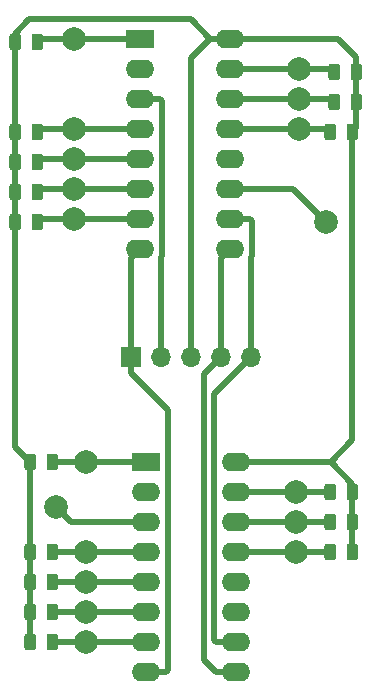
<source format=gbr>
G04 #@! TF.GenerationSoftware,KiCad,Pcbnew,5.1.5*
G04 #@! TF.CreationDate,2020-04-28T03:40:59+03:00*
G04 #@! TF.ProjectId,plikter,706c696b-7465-4722-9e6b-696361645f70,rev?*
G04 #@! TF.SameCoordinates,Original*
G04 #@! TF.FileFunction,Copper,L2,Bot*
G04 #@! TF.FilePolarity,Positive*
%FSLAX45Y45*%
G04 Gerber Fmt 4.5, Leading zero omitted, Abs format (unit mm)*
G04 Created by KiCad (PCBNEW 5.1.5) date 2020-04-28 03:40:59*
%MOMM*%
%LPD*%
G04 APERTURE LIST*
%ADD10O,2.400000X1.600000*%
%ADD11R,2.400000X1.600000*%
%ADD12C,0.100000*%
%ADD13O,1.700000X1.700000*%
%ADD14R,1.700000X1.700000*%
%ADD15C,2.000000*%
%ADD16C,0.500000*%
G04 APERTURE END LIST*
D10*
X7822000Y-6198000D03*
X7060000Y-7976000D03*
X7822000Y-6452000D03*
X7060000Y-7722000D03*
X7822000Y-6706000D03*
X7060000Y-7468000D03*
X7822000Y-6960000D03*
X7060000Y-7214000D03*
X7822000Y-7214000D03*
X7060000Y-6960000D03*
X7822000Y-7468000D03*
X7060000Y-6706000D03*
X7822000Y-7722000D03*
X7060000Y-6452000D03*
X7822000Y-7976000D03*
D11*
X7060000Y-6198000D03*
D10*
X7874000Y-9779000D03*
X7112000Y-11557000D03*
X7874000Y-10033000D03*
X7112000Y-11303000D03*
X7874000Y-10287000D03*
X7112000Y-11049000D03*
X7874000Y-10541000D03*
X7112000Y-10795000D03*
X7874000Y-10795000D03*
X7112000Y-10541000D03*
X7874000Y-11049000D03*
X7112000Y-10287000D03*
X7874000Y-11303000D03*
X7112000Y-10033000D03*
X7874000Y-11557000D03*
D11*
X7112000Y-9779000D03*
G04 #@! TA.AperFunction,SMDPad,CuDef*
D12*
G36*
X6343514Y-9709117D02*
G01*
X6345880Y-9709468D01*
X6348201Y-9710050D01*
X6350453Y-9710855D01*
X6352615Y-9711878D01*
X6354667Y-9713108D01*
X6356588Y-9714533D01*
X6358361Y-9716139D01*
X6359967Y-9717912D01*
X6361392Y-9719833D01*
X6362622Y-9721885D01*
X6363645Y-9724047D01*
X6364450Y-9726299D01*
X6365032Y-9728620D01*
X6365383Y-9730986D01*
X6365500Y-9733375D01*
X6365500Y-9824625D01*
X6365383Y-9827014D01*
X6365032Y-9829380D01*
X6364450Y-9831701D01*
X6363645Y-9833953D01*
X6362622Y-9836115D01*
X6361392Y-9838167D01*
X6359967Y-9840088D01*
X6358361Y-9841861D01*
X6356588Y-9843467D01*
X6354667Y-9844892D01*
X6352615Y-9846122D01*
X6350453Y-9847145D01*
X6348201Y-9847950D01*
X6345880Y-9848532D01*
X6343514Y-9848883D01*
X6341125Y-9849000D01*
X6292375Y-9849000D01*
X6289986Y-9848883D01*
X6287620Y-9848532D01*
X6285299Y-9847950D01*
X6283047Y-9847145D01*
X6280885Y-9846122D01*
X6278833Y-9844892D01*
X6276912Y-9843467D01*
X6275139Y-9841861D01*
X6273533Y-9840088D01*
X6272108Y-9838167D01*
X6270878Y-9836115D01*
X6269855Y-9833953D01*
X6269050Y-9831701D01*
X6268468Y-9829380D01*
X6268117Y-9827014D01*
X6268000Y-9824625D01*
X6268000Y-9733375D01*
X6268117Y-9730986D01*
X6268468Y-9728620D01*
X6269050Y-9726299D01*
X6269855Y-9724047D01*
X6270878Y-9721885D01*
X6272108Y-9719833D01*
X6273533Y-9717912D01*
X6275139Y-9716139D01*
X6276912Y-9714533D01*
X6278833Y-9713108D01*
X6280885Y-9711878D01*
X6283047Y-9710855D01*
X6285299Y-9710050D01*
X6287620Y-9709468D01*
X6289986Y-9709117D01*
X6292375Y-9709000D01*
X6341125Y-9709000D01*
X6343514Y-9709117D01*
G37*
G04 #@! TD.AperFunction*
G04 #@! TA.AperFunction,SMDPad,CuDef*
G36*
X6156014Y-9709117D02*
G01*
X6158380Y-9709468D01*
X6160701Y-9710050D01*
X6162953Y-9710855D01*
X6165115Y-9711878D01*
X6167167Y-9713108D01*
X6169088Y-9714533D01*
X6170861Y-9716139D01*
X6172467Y-9717912D01*
X6173892Y-9719833D01*
X6175122Y-9721885D01*
X6176145Y-9724047D01*
X6176950Y-9726299D01*
X6177532Y-9728620D01*
X6177883Y-9730986D01*
X6178000Y-9733375D01*
X6178000Y-9824625D01*
X6177883Y-9827014D01*
X6177532Y-9829380D01*
X6176950Y-9831701D01*
X6176145Y-9833953D01*
X6175122Y-9836115D01*
X6173892Y-9838167D01*
X6172467Y-9840088D01*
X6170861Y-9841861D01*
X6169088Y-9843467D01*
X6167167Y-9844892D01*
X6165115Y-9846122D01*
X6162953Y-9847145D01*
X6160701Y-9847950D01*
X6158380Y-9848532D01*
X6156014Y-9848883D01*
X6153625Y-9849000D01*
X6104875Y-9849000D01*
X6102486Y-9848883D01*
X6100120Y-9848532D01*
X6097799Y-9847950D01*
X6095547Y-9847145D01*
X6093385Y-9846122D01*
X6091333Y-9844892D01*
X6089412Y-9843467D01*
X6087639Y-9841861D01*
X6086033Y-9840088D01*
X6084608Y-9838167D01*
X6083378Y-9836115D01*
X6082355Y-9833953D01*
X6081550Y-9831701D01*
X6080968Y-9829380D01*
X6080617Y-9827014D01*
X6080500Y-9824625D01*
X6080500Y-9733375D01*
X6080617Y-9730986D01*
X6080968Y-9728620D01*
X6081550Y-9726299D01*
X6082355Y-9724047D01*
X6083378Y-9721885D01*
X6084608Y-9719833D01*
X6086033Y-9717912D01*
X6087639Y-9716139D01*
X6089412Y-9714533D01*
X6091333Y-9713108D01*
X6093385Y-9711878D01*
X6095547Y-9710855D01*
X6097799Y-9710050D01*
X6100120Y-9709468D01*
X6102486Y-9709117D01*
X6104875Y-9709000D01*
X6153625Y-9709000D01*
X6156014Y-9709117D01*
G37*
G04 #@! TD.AperFunction*
G04 #@! TA.AperFunction,SMDPad,CuDef*
G36*
X6216514Y-6153117D02*
G01*
X6218880Y-6153468D01*
X6221201Y-6154050D01*
X6223453Y-6154855D01*
X6225615Y-6155878D01*
X6227667Y-6157108D01*
X6229588Y-6158533D01*
X6231361Y-6160139D01*
X6232967Y-6161912D01*
X6234392Y-6163833D01*
X6235622Y-6165885D01*
X6236645Y-6168047D01*
X6237450Y-6170299D01*
X6238032Y-6172620D01*
X6238383Y-6174986D01*
X6238500Y-6177375D01*
X6238500Y-6268625D01*
X6238383Y-6271014D01*
X6238032Y-6273380D01*
X6237450Y-6275701D01*
X6236645Y-6277953D01*
X6235622Y-6280115D01*
X6234392Y-6282167D01*
X6232967Y-6284088D01*
X6231361Y-6285861D01*
X6229588Y-6287467D01*
X6227667Y-6288892D01*
X6225615Y-6290122D01*
X6223453Y-6291145D01*
X6221201Y-6291950D01*
X6218880Y-6292532D01*
X6216514Y-6292883D01*
X6214125Y-6293000D01*
X6165375Y-6293000D01*
X6162986Y-6292883D01*
X6160620Y-6292532D01*
X6158299Y-6291950D01*
X6156047Y-6291145D01*
X6153885Y-6290122D01*
X6151833Y-6288892D01*
X6149912Y-6287467D01*
X6148139Y-6285861D01*
X6146533Y-6284088D01*
X6145108Y-6282167D01*
X6143878Y-6280115D01*
X6142855Y-6277953D01*
X6142050Y-6275701D01*
X6141468Y-6273380D01*
X6141117Y-6271014D01*
X6141000Y-6268625D01*
X6141000Y-6177375D01*
X6141117Y-6174986D01*
X6141468Y-6172620D01*
X6142050Y-6170299D01*
X6142855Y-6168047D01*
X6143878Y-6165885D01*
X6145108Y-6163833D01*
X6146533Y-6161912D01*
X6148139Y-6160139D01*
X6149912Y-6158533D01*
X6151833Y-6157108D01*
X6153885Y-6155878D01*
X6156047Y-6154855D01*
X6158299Y-6154050D01*
X6160620Y-6153468D01*
X6162986Y-6153117D01*
X6165375Y-6153000D01*
X6214125Y-6153000D01*
X6216514Y-6153117D01*
G37*
G04 #@! TD.AperFunction*
G04 #@! TA.AperFunction,SMDPad,CuDef*
G36*
X6029014Y-6153117D02*
G01*
X6031380Y-6153468D01*
X6033701Y-6154050D01*
X6035953Y-6154855D01*
X6038115Y-6155878D01*
X6040167Y-6157108D01*
X6042088Y-6158533D01*
X6043861Y-6160139D01*
X6045467Y-6161912D01*
X6046892Y-6163833D01*
X6048122Y-6165885D01*
X6049145Y-6168047D01*
X6049950Y-6170299D01*
X6050532Y-6172620D01*
X6050883Y-6174986D01*
X6051000Y-6177375D01*
X6051000Y-6268625D01*
X6050883Y-6271014D01*
X6050532Y-6273380D01*
X6049950Y-6275701D01*
X6049145Y-6277953D01*
X6048122Y-6280115D01*
X6046892Y-6282167D01*
X6045467Y-6284088D01*
X6043861Y-6285861D01*
X6042088Y-6287467D01*
X6040167Y-6288892D01*
X6038115Y-6290122D01*
X6035953Y-6291145D01*
X6033701Y-6291950D01*
X6031380Y-6292532D01*
X6029014Y-6292883D01*
X6026625Y-6293000D01*
X5977875Y-6293000D01*
X5975486Y-6292883D01*
X5973120Y-6292532D01*
X5970799Y-6291950D01*
X5968547Y-6291145D01*
X5966385Y-6290122D01*
X5964333Y-6288892D01*
X5962412Y-6287467D01*
X5960639Y-6285861D01*
X5959033Y-6284088D01*
X5957608Y-6282167D01*
X5956378Y-6280115D01*
X5955355Y-6277953D01*
X5954550Y-6275701D01*
X5953968Y-6273380D01*
X5953617Y-6271014D01*
X5953500Y-6268625D01*
X5953500Y-6177375D01*
X5953617Y-6174986D01*
X5953968Y-6172620D01*
X5954550Y-6170299D01*
X5955355Y-6168047D01*
X5956378Y-6165885D01*
X5957608Y-6163833D01*
X5959033Y-6161912D01*
X5960639Y-6160139D01*
X5962412Y-6158533D01*
X5964333Y-6157108D01*
X5966385Y-6155878D01*
X5968547Y-6154855D01*
X5970799Y-6154050D01*
X5973120Y-6153468D01*
X5975486Y-6153117D01*
X5977875Y-6153000D01*
X6026625Y-6153000D01*
X6029014Y-6153117D01*
G37*
G04 #@! TD.AperFunction*
G04 #@! TA.AperFunction,SMDPad,CuDef*
G36*
X8696014Y-9963117D02*
G01*
X8698380Y-9963468D01*
X8700701Y-9964050D01*
X8702953Y-9964855D01*
X8705115Y-9965878D01*
X8707167Y-9967108D01*
X8709088Y-9968533D01*
X8710861Y-9970139D01*
X8712467Y-9971912D01*
X8713892Y-9973833D01*
X8715122Y-9975885D01*
X8716145Y-9978047D01*
X8716950Y-9980299D01*
X8717532Y-9982620D01*
X8717883Y-9984986D01*
X8718000Y-9987375D01*
X8718000Y-10078625D01*
X8717883Y-10081014D01*
X8717532Y-10083380D01*
X8716950Y-10085701D01*
X8716145Y-10087953D01*
X8715122Y-10090115D01*
X8713892Y-10092167D01*
X8712467Y-10094088D01*
X8710861Y-10095861D01*
X8709088Y-10097467D01*
X8707167Y-10098892D01*
X8705115Y-10100122D01*
X8702953Y-10101145D01*
X8700701Y-10101950D01*
X8698380Y-10102532D01*
X8696014Y-10102883D01*
X8693625Y-10103000D01*
X8644875Y-10103000D01*
X8642486Y-10102883D01*
X8640120Y-10102532D01*
X8637799Y-10101950D01*
X8635547Y-10101145D01*
X8633385Y-10100122D01*
X8631333Y-10098892D01*
X8629412Y-10097467D01*
X8627639Y-10095861D01*
X8626033Y-10094088D01*
X8624608Y-10092167D01*
X8623378Y-10090115D01*
X8622355Y-10087953D01*
X8621550Y-10085701D01*
X8620968Y-10083380D01*
X8620617Y-10081014D01*
X8620500Y-10078625D01*
X8620500Y-9987375D01*
X8620617Y-9984986D01*
X8620968Y-9982620D01*
X8621550Y-9980299D01*
X8622355Y-9978047D01*
X8623378Y-9975885D01*
X8624608Y-9973833D01*
X8626033Y-9971912D01*
X8627639Y-9970139D01*
X8629412Y-9968533D01*
X8631333Y-9967108D01*
X8633385Y-9965878D01*
X8635547Y-9964855D01*
X8637799Y-9964050D01*
X8640120Y-9963468D01*
X8642486Y-9963117D01*
X8644875Y-9963000D01*
X8693625Y-9963000D01*
X8696014Y-9963117D01*
G37*
G04 #@! TD.AperFunction*
G04 #@! TA.AperFunction,SMDPad,CuDef*
G36*
X8883514Y-9963117D02*
G01*
X8885880Y-9963468D01*
X8888201Y-9964050D01*
X8890453Y-9964855D01*
X8892615Y-9965878D01*
X8894667Y-9967108D01*
X8896588Y-9968533D01*
X8898361Y-9970139D01*
X8899967Y-9971912D01*
X8901392Y-9973833D01*
X8902622Y-9975885D01*
X8903645Y-9978047D01*
X8904450Y-9980299D01*
X8905032Y-9982620D01*
X8905383Y-9984986D01*
X8905500Y-9987375D01*
X8905500Y-10078625D01*
X8905383Y-10081014D01*
X8905032Y-10083380D01*
X8904450Y-10085701D01*
X8903645Y-10087953D01*
X8902622Y-10090115D01*
X8901392Y-10092167D01*
X8899967Y-10094088D01*
X8898361Y-10095861D01*
X8896588Y-10097467D01*
X8894667Y-10098892D01*
X8892615Y-10100122D01*
X8890453Y-10101145D01*
X8888201Y-10101950D01*
X8885880Y-10102532D01*
X8883514Y-10102883D01*
X8881125Y-10103000D01*
X8832375Y-10103000D01*
X8829986Y-10102883D01*
X8827620Y-10102532D01*
X8825299Y-10101950D01*
X8823047Y-10101145D01*
X8820885Y-10100122D01*
X8818833Y-10098892D01*
X8816912Y-10097467D01*
X8815139Y-10095861D01*
X8813533Y-10094088D01*
X8812108Y-10092167D01*
X8810878Y-10090115D01*
X8809855Y-10087953D01*
X8809050Y-10085701D01*
X8808468Y-10083380D01*
X8808117Y-10081014D01*
X8808000Y-10078625D01*
X8808000Y-9987375D01*
X8808117Y-9984986D01*
X8808468Y-9982620D01*
X8809050Y-9980299D01*
X8809855Y-9978047D01*
X8810878Y-9975885D01*
X8812108Y-9973833D01*
X8813533Y-9971912D01*
X8815139Y-9970139D01*
X8816912Y-9968533D01*
X8818833Y-9967108D01*
X8820885Y-9965878D01*
X8823047Y-9964855D01*
X8825299Y-9964050D01*
X8827620Y-9963468D01*
X8829986Y-9963117D01*
X8832375Y-9963000D01*
X8881125Y-9963000D01*
X8883514Y-9963117D01*
G37*
G04 #@! TD.AperFunction*
G04 #@! TA.AperFunction,SMDPad,CuDef*
G36*
X8729264Y-6407117D02*
G01*
X8731630Y-6407468D01*
X8733951Y-6408050D01*
X8736203Y-6408855D01*
X8738365Y-6409878D01*
X8740417Y-6411108D01*
X8742338Y-6412533D01*
X8744111Y-6414139D01*
X8745717Y-6415912D01*
X8747142Y-6417833D01*
X8748372Y-6419885D01*
X8749395Y-6422047D01*
X8750200Y-6424299D01*
X8750782Y-6426620D01*
X8751133Y-6428986D01*
X8751250Y-6431375D01*
X8751250Y-6522625D01*
X8751133Y-6525014D01*
X8750782Y-6527380D01*
X8750200Y-6529701D01*
X8749395Y-6531953D01*
X8748372Y-6534115D01*
X8747142Y-6536167D01*
X8745717Y-6538088D01*
X8744111Y-6539861D01*
X8742338Y-6541467D01*
X8740417Y-6542892D01*
X8738365Y-6544122D01*
X8736203Y-6545145D01*
X8733951Y-6545950D01*
X8731630Y-6546532D01*
X8729264Y-6546883D01*
X8726875Y-6547000D01*
X8678125Y-6547000D01*
X8675736Y-6546883D01*
X8673370Y-6546532D01*
X8671049Y-6545950D01*
X8668797Y-6545145D01*
X8666635Y-6544122D01*
X8664583Y-6542892D01*
X8662662Y-6541467D01*
X8660889Y-6539861D01*
X8659283Y-6538088D01*
X8657858Y-6536167D01*
X8656628Y-6534115D01*
X8655605Y-6531953D01*
X8654800Y-6529701D01*
X8654218Y-6527380D01*
X8653867Y-6525014D01*
X8653750Y-6522625D01*
X8653750Y-6431375D01*
X8653867Y-6428986D01*
X8654218Y-6426620D01*
X8654800Y-6424299D01*
X8655605Y-6422047D01*
X8656628Y-6419885D01*
X8657858Y-6417833D01*
X8659283Y-6415912D01*
X8660889Y-6414139D01*
X8662662Y-6412533D01*
X8664583Y-6411108D01*
X8666635Y-6409878D01*
X8668797Y-6408855D01*
X8671049Y-6408050D01*
X8673370Y-6407468D01*
X8675736Y-6407117D01*
X8678125Y-6407000D01*
X8726875Y-6407000D01*
X8729264Y-6407117D01*
G37*
G04 #@! TD.AperFunction*
G04 #@! TA.AperFunction,SMDPad,CuDef*
G36*
X8916764Y-6407117D02*
G01*
X8919130Y-6407468D01*
X8921451Y-6408050D01*
X8923703Y-6408855D01*
X8925865Y-6409878D01*
X8927917Y-6411108D01*
X8929838Y-6412533D01*
X8931611Y-6414139D01*
X8933217Y-6415912D01*
X8934642Y-6417833D01*
X8935872Y-6419885D01*
X8936895Y-6422047D01*
X8937700Y-6424299D01*
X8938282Y-6426620D01*
X8938633Y-6428986D01*
X8938750Y-6431375D01*
X8938750Y-6522625D01*
X8938633Y-6525014D01*
X8938282Y-6527380D01*
X8937700Y-6529701D01*
X8936895Y-6531953D01*
X8935872Y-6534115D01*
X8934642Y-6536167D01*
X8933217Y-6538088D01*
X8931611Y-6539861D01*
X8929838Y-6541467D01*
X8927917Y-6542892D01*
X8925865Y-6544122D01*
X8923703Y-6545145D01*
X8921451Y-6545950D01*
X8919130Y-6546532D01*
X8916764Y-6546883D01*
X8914375Y-6547000D01*
X8865625Y-6547000D01*
X8863236Y-6546883D01*
X8860870Y-6546532D01*
X8858549Y-6545950D01*
X8856297Y-6545145D01*
X8854135Y-6544122D01*
X8852083Y-6542892D01*
X8850162Y-6541467D01*
X8848389Y-6539861D01*
X8846783Y-6538088D01*
X8845358Y-6536167D01*
X8844128Y-6534115D01*
X8843105Y-6531953D01*
X8842300Y-6529701D01*
X8841718Y-6527380D01*
X8841367Y-6525014D01*
X8841250Y-6522625D01*
X8841250Y-6431375D01*
X8841367Y-6428986D01*
X8841718Y-6426620D01*
X8842300Y-6424299D01*
X8843105Y-6422047D01*
X8844128Y-6419885D01*
X8845358Y-6417833D01*
X8846783Y-6415912D01*
X8848389Y-6414139D01*
X8850162Y-6412533D01*
X8852083Y-6411108D01*
X8854135Y-6409878D01*
X8856297Y-6408855D01*
X8858549Y-6408050D01*
X8860870Y-6407468D01*
X8863236Y-6407117D01*
X8865625Y-6407000D01*
X8914375Y-6407000D01*
X8916764Y-6407117D01*
G37*
G04 #@! TD.AperFunction*
G04 #@! TA.AperFunction,SMDPad,CuDef*
G36*
X8696014Y-10217117D02*
G01*
X8698380Y-10217468D01*
X8700701Y-10218050D01*
X8702953Y-10218855D01*
X8705115Y-10219878D01*
X8707167Y-10221108D01*
X8709088Y-10222533D01*
X8710861Y-10224139D01*
X8712467Y-10225912D01*
X8713892Y-10227833D01*
X8715122Y-10229885D01*
X8716145Y-10232047D01*
X8716950Y-10234299D01*
X8717532Y-10236620D01*
X8717883Y-10238986D01*
X8718000Y-10241375D01*
X8718000Y-10332625D01*
X8717883Y-10335014D01*
X8717532Y-10337380D01*
X8716950Y-10339701D01*
X8716145Y-10341953D01*
X8715122Y-10344115D01*
X8713892Y-10346167D01*
X8712467Y-10348088D01*
X8710861Y-10349861D01*
X8709088Y-10351467D01*
X8707167Y-10352892D01*
X8705115Y-10354122D01*
X8702953Y-10355145D01*
X8700701Y-10355950D01*
X8698380Y-10356532D01*
X8696014Y-10356883D01*
X8693625Y-10357000D01*
X8644875Y-10357000D01*
X8642486Y-10356883D01*
X8640120Y-10356532D01*
X8637799Y-10355950D01*
X8635547Y-10355145D01*
X8633385Y-10354122D01*
X8631333Y-10352892D01*
X8629412Y-10351467D01*
X8627639Y-10349861D01*
X8626033Y-10348088D01*
X8624608Y-10346167D01*
X8623378Y-10344115D01*
X8622355Y-10341953D01*
X8621550Y-10339701D01*
X8620968Y-10337380D01*
X8620617Y-10335014D01*
X8620500Y-10332625D01*
X8620500Y-10241375D01*
X8620617Y-10238986D01*
X8620968Y-10236620D01*
X8621550Y-10234299D01*
X8622355Y-10232047D01*
X8623378Y-10229885D01*
X8624608Y-10227833D01*
X8626033Y-10225912D01*
X8627639Y-10224139D01*
X8629412Y-10222533D01*
X8631333Y-10221108D01*
X8633385Y-10219878D01*
X8635547Y-10218855D01*
X8637799Y-10218050D01*
X8640120Y-10217468D01*
X8642486Y-10217117D01*
X8644875Y-10217000D01*
X8693625Y-10217000D01*
X8696014Y-10217117D01*
G37*
G04 #@! TD.AperFunction*
G04 #@! TA.AperFunction,SMDPad,CuDef*
G36*
X8883514Y-10217117D02*
G01*
X8885880Y-10217468D01*
X8888201Y-10218050D01*
X8890453Y-10218855D01*
X8892615Y-10219878D01*
X8894667Y-10221108D01*
X8896588Y-10222533D01*
X8898361Y-10224139D01*
X8899967Y-10225912D01*
X8901392Y-10227833D01*
X8902622Y-10229885D01*
X8903645Y-10232047D01*
X8904450Y-10234299D01*
X8905032Y-10236620D01*
X8905383Y-10238986D01*
X8905500Y-10241375D01*
X8905500Y-10332625D01*
X8905383Y-10335014D01*
X8905032Y-10337380D01*
X8904450Y-10339701D01*
X8903645Y-10341953D01*
X8902622Y-10344115D01*
X8901392Y-10346167D01*
X8899967Y-10348088D01*
X8898361Y-10349861D01*
X8896588Y-10351467D01*
X8894667Y-10352892D01*
X8892615Y-10354122D01*
X8890453Y-10355145D01*
X8888201Y-10355950D01*
X8885880Y-10356532D01*
X8883514Y-10356883D01*
X8881125Y-10357000D01*
X8832375Y-10357000D01*
X8829986Y-10356883D01*
X8827620Y-10356532D01*
X8825299Y-10355950D01*
X8823047Y-10355145D01*
X8820885Y-10354122D01*
X8818833Y-10352892D01*
X8816912Y-10351467D01*
X8815139Y-10349861D01*
X8813533Y-10348088D01*
X8812108Y-10346167D01*
X8810878Y-10344115D01*
X8809855Y-10341953D01*
X8809050Y-10339701D01*
X8808468Y-10337380D01*
X8808117Y-10335014D01*
X8808000Y-10332625D01*
X8808000Y-10241375D01*
X8808117Y-10238986D01*
X8808468Y-10236620D01*
X8809050Y-10234299D01*
X8809855Y-10232047D01*
X8810878Y-10229885D01*
X8812108Y-10227833D01*
X8813533Y-10225912D01*
X8815139Y-10224139D01*
X8816912Y-10222533D01*
X8818833Y-10221108D01*
X8820885Y-10219878D01*
X8823047Y-10218855D01*
X8825299Y-10218050D01*
X8827620Y-10217468D01*
X8829986Y-10217117D01*
X8832375Y-10217000D01*
X8881125Y-10217000D01*
X8883514Y-10217117D01*
G37*
G04 #@! TD.AperFunction*
G04 #@! TA.AperFunction,SMDPad,CuDef*
G36*
X8729264Y-6661117D02*
G01*
X8731630Y-6661468D01*
X8733951Y-6662050D01*
X8736203Y-6662855D01*
X8738365Y-6663878D01*
X8740417Y-6665108D01*
X8742338Y-6666533D01*
X8744111Y-6668139D01*
X8745717Y-6669912D01*
X8747142Y-6671833D01*
X8748372Y-6673885D01*
X8749395Y-6676047D01*
X8750200Y-6678299D01*
X8750782Y-6680620D01*
X8751133Y-6682986D01*
X8751250Y-6685375D01*
X8751250Y-6776625D01*
X8751133Y-6779014D01*
X8750782Y-6781380D01*
X8750200Y-6783701D01*
X8749395Y-6785953D01*
X8748372Y-6788115D01*
X8747142Y-6790167D01*
X8745717Y-6792088D01*
X8744111Y-6793861D01*
X8742338Y-6795467D01*
X8740417Y-6796892D01*
X8738365Y-6798122D01*
X8736203Y-6799145D01*
X8733951Y-6799950D01*
X8731630Y-6800532D01*
X8729264Y-6800883D01*
X8726875Y-6801000D01*
X8678125Y-6801000D01*
X8675736Y-6800883D01*
X8673370Y-6800532D01*
X8671049Y-6799950D01*
X8668797Y-6799145D01*
X8666635Y-6798122D01*
X8664583Y-6796892D01*
X8662662Y-6795467D01*
X8660889Y-6793861D01*
X8659283Y-6792088D01*
X8657858Y-6790167D01*
X8656628Y-6788115D01*
X8655605Y-6785953D01*
X8654800Y-6783701D01*
X8654218Y-6781380D01*
X8653867Y-6779014D01*
X8653750Y-6776625D01*
X8653750Y-6685375D01*
X8653867Y-6682986D01*
X8654218Y-6680620D01*
X8654800Y-6678299D01*
X8655605Y-6676047D01*
X8656628Y-6673885D01*
X8657858Y-6671833D01*
X8659283Y-6669912D01*
X8660889Y-6668139D01*
X8662662Y-6666533D01*
X8664583Y-6665108D01*
X8666635Y-6663878D01*
X8668797Y-6662855D01*
X8671049Y-6662050D01*
X8673370Y-6661468D01*
X8675736Y-6661117D01*
X8678125Y-6661000D01*
X8726875Y-6661000D01*
X8729264Y-6661117D01*
G37*
G04 #@! TD.AperFunction*
G04 #@! TA.AperFunction,SMDPad,CuDef*
G36*
X8916764Y-6661117D02*
G01*
X8919130Y-6661468D01*
X8921451Y-6662050D01*
X8923703Y-6662855D01*
X8925865Y-6663878D01*
X8927917Y-6665108D01*
X8929838Y-6666533D01*
X8931611Y-6668139D01*
X8933217Y-6669912D01*
X8934642Y-6671833D01*
X8935872Y-6673885D01*
X8936895Y-6676047D01*
X8937700Y-6678299D01*
X8938282Y-6680620D01*
X8938633Y-6682986D01*
X8938750Y-6685375D01*
X8938750Y-6776625D01*
X8938633Y-6779014D01*
X8938282Y-6781380D01*
X8937700Y-6783701D01*
X8936895Y-6785953D01*
X8935872Y-6788115D01*
X8934642Y-6790167D01*
X8933217Y-6792088D01*
X8931611Y-6793861D01*
X8929838Y-6795467D01*
X8927917Y-6796892D01*
X8925865Y-6798122D01*
X8923703Y-6799145D01*
X8921451Y-6799950D01*
X8919130Y-6800532D01*
X8916764Y-6800883D01*
X8914375Y-6801000D01*
X8865625Y-6801000D01*
X8863236Y-6800883D01*
X8860870Y-6800532D01*
X8858549Y-6799950D01*
X8856297Y-6799145D01*
X8854135Y-6798122D01*
X8852083Y-6796892D01*
X8850162Y-6795467D01*
X8848389Y-6793861D01*
X8846783Y-6792088D01*
X8845358Y-6790167D01*
X8844128Y-6788115D01*
X8843105Y-6785953D01*
X8842300Y-6783701D01*
X8841718Y-6781380D01*
X8841367Y-6779014D01*
X8841250Y-6776625D01*
X8841250Y-6685375D01*
X8841367Y-6682986D01*
X8841718Y-6680620D01*
X8842300Y-6678299D01*
X8843105Y-6676047D01*
X8844128Y-6673885D01*
X8845358Y-6671833D01*
X8846783Y-6669912D01*
X8848389Y-6668139D01*
X8850162Y-6666533D01*
X8852083Y-6665108D01*
X8854135Y-6663878D01*
X8856297Y-6662855D01*
X8858549Y-6662050D01*
X8860870Y-6661468D01*
X8863236Y-6661117D01*
X8865625Y-6661000D01*
X8914375Y-6661000D01*
X8916764Y-6661117D01*
G37*
G04 #@! TD.AperFunction*
G04 #@! TA.AperFunction,SMDPad,CuDef*
G36*
X8696014Y-10471117D02*
G01*
X8698380Y-10471468D01*
X8700701Y-10472050D01*
X8702953Y-10472855D01*
X8705115Y-10473878D01*
X8707167Y-10475108D01*
X8709088Y-10476533D01*
X8710861Y-10478139D01*
X8712467Y-10479912D01*
X8713892Y-10481833D01*
X8715122Y-10483885D01*
X8716145Y-10486047D01*
X8716950Y-10488299D01*
X8717532Y-10490620D01*
X8717883Y-10492986D01*
X8718000Y-10495375D01*
X8718000Y-10586625D01*
X8717883Y-10589014D01*
X8717532Y-10591380D01*
X8716950Y-10593701D01*
X8716145Y-10595953D01*
X8715122Y-10598115D01*
X8713892Y-10600167D01*
X8712467Y-10602088D01*
X8710861Y-10603861D01*
X8709088Y-10605467D01*
X8707167Y-10606892D01*
X8705115Y-10608122D01*
X8702953Y-10609145D01*
X8700701Y-10609950D01*
X8698380Y-10610532D01*
X8696014Y-10610883D01*
X8693625Y-10611000D01*
X8644875Y-10611000D01*
X8642486Y-10610883D01*
X8640120Y-10610532D01*
X8637799Y-10609950D01*
X8635547Y-10609145D01*
X8633385Y-10608122D01*
X8631333Y-10606892D01*
X8629412Y-10605467D01*
X8627639Y-10603861D01*
X8626033Y-10602088D01*
X8624608Y-10600167D01*
X8623378Y-10598115D01*
X8622355Y-10595953D01*
X8621550Y-10593701D01*
X8620968Y-10591380D01*
X8620617Y-10589014D01*
X8620500Y-10586625D01*
X8620500Y-10495375D01*
X8620617Y-10492986D01*
X8620968Y-10490620D01*
X8621550Y-10488299D01*
X8622355Y-10486047D01*
X8623378Y-10483885D01*
X8624608Y-10481833D01*
X8626033Y-10479912D01*
X8627639Y-10478139D01*
X8629412Y-10476533D01*
X8631333Y-10475108D01*
X8633385Y-10473878D01*
X8635547Y-10472855D01*
X8637799Y-10472050D01*
X8640120Y-10471468D01*
X8642486Y-10471117D01*
X8644875Y-10471000D01*
X8693625Y-10471000D01*
X8696014Y-10471117D01*
G37*
G04 #@! TD.AperFunction*
G04 #@! TA.AperFunction,SMDPad,CuDef*
G36*
X8883514Y-10471117D02*
G01*
X8885880Y-10471468D01*
X8888201Y-10472050D01*
X8890453Y-10472855D01*
X8892615Y-10473878D01*
X8894667Y-10475108D01*
X8896588Y-10476533D01*
X8898361Y-10478139D01*
X8899967Y-10479912D01*
X8901392Y-10481833D01*
X8902622Y-10483885D01*
X8903645Y-10486047D01*
X8904450Y-10488299D01*
X8905032Y-10490620D01*
X8905383Y-10492986D01*
X8905500Y-10495375D01*
X8905500Y-10586625D01*
X8905383Y-10589014D01*
X8905032Y-10591380D01*
X8904450Y-10593701D01*
X8903645Y-10595953D01*
X8902622Y-10598115D01*
X8901392Y-10600167D01*
X8899967Y-10602088D01*
X8898361Y-10603861D01*
X8896588Y-10605467D01*
X8894667Y-10606892D01*
X8892615Y-10608122D01*
X8890453Y-10609145D01*
X8888201Y-10609950D01*
X8885880Y-10610532D01*
X8883514Y-10610883D01*
X8881125Y-10611000D01*
X8832375Y-10611000D01*
X8829986Y-10610883D01*
X8827620Y-10610532D01*
X8825299Y-10609950D01*
X8823047Y-10609145D01*
X8820885Y-10608122D01*
X8818833Y-10606892D01*
X8816912Y-10605467D01*
X8815139Y-10603861D01*
X8813533Y-10602088D01*
X8812108Y-10600167D01*
X8810878Y-10598115D01*
X8809855Y-10595953D01*
X8809050Y-10593701D01*
X8808468Y-10591380D01*
X8808117Y-10589014D01*
X8808000Y-10586625D01*
X8808000Y-10495375D01*
X8808117Y-10492986D01*
X8808468Y-10490620D01*
X8809050Y-10488299D01*
X8809855Y-10486047D01*
X8810878Y-10483885D01*
X8812108Y-10481833D01*
X8813533Y-10479912D01*
X8815139Y-10478139D01*
X8816912Y-10476533D01*
X8818833Y-10475108D01*
X8820885Y-10473878D01*
X8823047Y-10472855D01*
X8825299Y-10472050D01*
X8827620Y-10471468D01*
X8829986Y-10471117D01*
X8832375Y-10471000D01*
X8881125Y-10471000D01*
X8883514Y-10471117D01*
G37*
G04 #@! TD.AperFunction*
G04 #@! TA.AperFunction,SMDPad,CuDef*
G36*
X8883514Y-6915117D02*
G01*
X8885880Y-6915468D01*
X8888201Y-6916050D01*
X8890453Y-6916855D01*
X8892615Y-6917878D01*
X8894667Y-6919108D01*
X8896588Y-6920533D01*
X8898361Y-6922139D01*
X8899967Y-6923912D01*
X8901392Y-6925833D01*
X8902622Y-6927885D01*
X8903645Y-6930047D01*
X8904450Y-6932299D01*
X8905032Y-6934620D01*
X8905383Y-6936986D01*
X8905500Y-6939375D01*
X8905500Y-7030625D01*
X8905383Y-7033014D01*
X8905032Y-7035380D01*
X8904450Y-7037701D01*
X8903645Y-7039953D01*
X8902622Y-7042115D01*
X8901392Y-7044167D01*
X8899967Y-7046088D01*
X8898361Y-7047861D01*
X8896588Y-7049467D01*
X8894667Y-7050892D01*
X8892615Y-7052122D01*
X8890453Y-7053145D01*
X8888201Y-7053950D01*
X8885880Y-7054532D01*
X8883514Y-7054883D01*
X8881125Y-7055000D01*
X8832375Y-7055000D01*
X8829986Y-7054883D01*
X8827620Y-7054532D01*
X8825299Y-7053950D01*
X8823047Y-7053145D01*
X8820885Y-7052122D01*
X8818833Y-7050892D01*
X8816912Y-7049467D01*
X8815139Y-7047861D01*
X8813533Y-7046088D01*
X8812108Y-7044167D01*
X8810878Y-7042115D01*
X8809855Y-7039953D01*
X8809050Y-7037701D01*
X8808468Y-7035380D01*
X8808117Y-7033014D01*
X8808000Y-7030625D01*
X8808000Y-6939375D01*
X8808117Y-6936986D01*
X8808468Y-6934620D01*
X8809050Y-6932299D01*
X8809855Y-6930047D01*
X8810878Y-6927885D01*
X8812108Y-6925833D01*
X8813533Y-6923912D01*
X8815139Y-6922139D01*
X8816912Y-6920533D01*
X8818833Y-6919108D01*
X8820885Y-6917878D01*
X8823047Y-6916855D01*
X8825299Y-6916050D01*
X8827620Y-6915468D01*
X8829986Y-6915117D01*
X8832375Y-6915000D01*
X8881125Y-6915000D01*
X8883514Y-6915117D01*
G37*
G04 #@! TD.AperFunction*
G04 #@! TA.AperFunction,SMDPad,CuDef*
G36*
X8696014Y-6915117D02*
G01*
X8698380Y-6915468D01*
X8700701Y-6916050D01*
X8702953Y-6916855D01*
X8705115Y-6917878D01*
X8707167Y-6919108D01*
X8709088Y-6920533D01*
X8710861Y-6922139D01*
X8712467Y-6923912D01*
X8713892Y-6925833D01*
X8715122Y-6927885D01*
X8716145Y-6930047D01*
X8716950Y-6932299D01*
X8717532Y-6934620D01*
X8717883Y-6936986D01*
X8718000Y-6939375D01*
X8718000Y-7030625D01*
X8717883Y-7033014D01*
X8717532Y-7035380D01*
X8716950Y-7037701D01*
X8716145Y-7039953D01*
X8715122Y-7042115D01*
X8713892Y-7044167D01*
X8712467Y-7046088D01*
X8710861Y-7047861D01*
X8709088Y-7049467D01*
X8707167Y-7050892D01*
X8705115Y-7052122D01*
X8702953Y-7053145D01*
X8700701Y-7053950D01*
X8698380Y-7054532D01*
X8696014Y-7054883D01*
X8693625Y-7055000D01*
X8644875Y-7055000D01*
X8642486Y-7054883D01*
X8640120Y-7054532D01*
X8637799Y-7053950D01*
X8635547Y-7053145D01*
X8633385Y-7052122D01*
X8631333Y-7050892D01*
X8629412Y-7049467D01*
X8627639Y-7047861D01*
X8626033Y-7046088D01*
X8624608Y-7044167D01*
X8623378Y-7042115D01*
X8622355Y-7039953D01*
X8621550Y-7037701D01*
X8620968Y-7035380D01*
X8620617Y-7033014D01*
X8620500Y-7030625D01*
X8620500Y-6939375D01*
X8620617Y-6936986D01*
X8620968Y-6934620D01*
X8621550Y-6932299D01*
X8622355Y-6930047D01*
X8623378Y-6927885D01*
X8624608Y-6925833D01*
X8626033Y-6923912D01*
X8627639Y-6922139D01*
X8629412Y-6920533D01*
X8631333Y-6919108D01*
X8633385Y-6917878D01*
X8635547Y-6916855D01*
X8637799Y-6916050D01*
X8640120Y-6915468D01*
X8642486Y-6915117D01*
X8644875Y-6915000D01*
X8693625Y-6915000D01*
X8696014Y-6915117D01*
G37*
G04 #@! TD.AperFunction*
G04 #@! TA.AperFunction,SMDPad,CuDef*
G36*
X6343514Y-10471117D02*
G01*
X6345880Y-10471468D01*
X6348201Y-10472050D01*
X6350453Y-10472855D01*
X6352615Y-10473878D01*
X6354667Y-10475108D01*
X6356588Y-10476533D01*
X6358361Y-10478139D01*
X6359967Y-10479912D01*
X6361392Y-10481833D01*
X6362622Y-10483885D01*
X6363645Y-10486047D01*
X6364450Y-10488299D01*
X6365032Y-10490620D01*
X6365383Y-10492986D01*
X6365500Y-10495375D01*
X6365500Y-10586625D01*
X6365383Y-10589014D01*
X6365032Y-10591380D01*
X6364450Y-10593701D01*
X6363645Y-10595953D01*
X6362622Y-10598115D01*
X6361392Y-10600167D01*
X6359967Y-10602088D01*
X6358361Y-10603861D01*
X6356588Y-10605467D01*
X6354667Y-10606892D01*
X6352615Y-10608122D01*
X6350453Y-10609145D01*
X6348201Y-10609950D01*
X6345880Y-10610532D01*
X6343514Y-10610883D01*
X6341125Y-10611000D01*
X6292375Y-10611000D01*
X6289986Y-10610883D01*
X6287620Y-10610532D01*
X6285299Y-10609950D01*
X6283047Y-10609145D01*
X6280885Y-10608122D01*
X6278833Y-10606892D01*
X6276912Y-10605467D01*
X6275139Y-10603861D01*
X6273533Y-10602088D01*
X6272108Y-10600167D01*
X6270878Y-10598115D01*
X6269855Y-10595953D01*
X6269050Y-10593701D01*
X6268468Y-10591380D01*
X6268117Y-10589014D01*
X6268000Y-10586625D01*
X6268000Y-10495375D01*
X6268117Y-10492986D01*
X6268468Y-10490620D01*
X6269050Y-10488299D01*
X6269855Y-10486047D01*
X6270878Y-10483885D01*
X6272108Y-10481833D01*
X6273533Y-10479912D01*
X6275139Y-10478139D01*
X6276912Y-10476533D01*
X6278833Y-10475108D01*
X6280885Y-10473878D01*
X6283047Y-10472855D01*
X6285299Y-10472050D01*
X6287620Y-10471468D01*
X6289986Y-10471117D01*
X6292375Y-10471000D01*
X6341125Y-10471000D01*
X6343514Y-10471117D01*
G37*
G04 #@! TD.AperFunction*
G04 #@! TA.AperFunction,SMDPad,CuDef*
G36*
X6156014Y-10471117D02*
G01*
X6158380Y-10471468D01*
X6160701Y-10472050D01*
X6162953Y-10472855D01*
X6165115Y-10473878D01*
X6167167Y-10475108D01*
X6169088Y-10476533D01*
X6170861Y-10478139D01*
X6172467Y-10479912D01*
X6173892Y-10481833D01*
X6175122Y-10483885D01*
X6176145Y-10486047D01*
X6176950Y-10488299D01*
X6177532Y-10490620D01*
X6177883Y-10492986D01*
X6178000Y-10495375D01*
X6178000Y-10586625D01*
X6177883Y-10589014D01*
X6177532Y-10591380D01*
X6176950Y-10593701D01*
X6176145Y-10595953D01*
X6175122Y-10598115D01*
X6173892Y-10600167D01*
X6172467Y-10602088D01*
X6170861Y-10603861D01*
X6169088Y-10605467D01*
X6167167Y-10606892D01*
X6165115Y-10608122D01*
X6162953Y-10609145D01*
X6160701Y-10609950D01*
X6158380Y-10610532D01*
X6156014Y-10610883D01*
X6153625Y-10611000D01*
X6104875Y-10611000D01*
X6102486Y-10610883D01*
X6100120Y-10610532D01*
X6097799Y-10609950D01*
X6095547Y-10609145D01*
X6093385Y-10608122D01*
X6091333Y-10606892D01*
X6089412Y-10605467D01*
X6087639Y-10603861D01*
X6086033Y-10602088D01*
X6084608Y-10600167D01*
X6083378Y-10598115D01*
X6082355Y-10595953D01*
X6081550Y-10593701D01*
X6080968Y-10591380D01*
X6080617Y-10589014D01*
X6080500Y-10586625D01*
X6080500Y-10495375D01*
X6080617Y-10492986D01*
X6080968Y-10490620D01*
X6081550Y-10488299D01*
X6082355Y-10486047D01*
X6083378Y-10483885D01*
X6084608Y-10481833D01*
X6086033Y-10479912D01*
X6087639Y-10478139D01*
X6089412Y-10476533D01*
X6091333Y-10475108D01*
X6093385Y-10473878D01*
X6095547Y-10472855D01*
X6097799Y-10472050D01*
X6100120Y-10471468D01*
X6102486Y-10471117D01*
X6104875Y-10471000D01*
X6153625Y-10471000D01*
X6156014Y-10471117D01*
G37*
G04 #@! TD.AperFunction*
G04 #@! TA.AperFunction,SMDPad,CuDef*
G36*
X6216514Y-6915117D02*
G01*
X6218880Y-6915468D01*
X6221201Y-6916050D01*
X6223453Y-6916855D01*
X6225615Y-6917878D01*
X6227667Y-6919108D01*
X6229588Y-6920533D01*
X6231361Y-6922139D01*
X6232967Y-6923912D01*
X6234392Y-6925833D01*
X6235622Y-6927885D01*
X6236645Y-6930047D01*
X6237450Y-6932299D01*
X6238032Y-6934620D01*
X6238383Y-6936986D01*
X6238500Y-6939375D01*
X6238500Y-7030625D01*
X6238383Y-7033014D01*
X6238032Y-7035380D01*
X6237450Y-7037701D01*
X6236645Y-7039953D01*
X6235622Y-7042115D01*
X6234392Y-7044167D01*
X6232967Y-7046088D01*
X6231361Y-7047861D01*
X6229588Y-7049467D01*
X6227667Y-7050892D01*
X6225615Y-7052122D01*
X6223453Y-7053145D01*
X6221201Y-7053950D01*
X6218880Y-7054532D01*
X6216514Y-7054883D01*
X6214125Y-7055000D01*
X6165375Y-7055000D01*
X6162986Y-7054883D01*
X6160620Y-7054532D01*
X6158299Y-7053950D01*
X6156047Y-7053145D01*
X6153885Y-7052122D01*
X6151833Y-7050892D01*
X6149912Y-7049467D01*
X6148139Y-7047861D01*
X6146533Y-7046088D01*
X6145108Y-7044167D01*
X6143878Y-7042115D01*
X6142855Y-7039953D01*
X6142050Y-7037701D01*
X6141468Y-7035380D01*
X6141117Y-7033014D01*
X6141000Y-7030625D01*
X6141000Y-6939375D01*
X6141117Y-6936986D01*
X6141468Y-6934620D01*
X6142050Y-6932299D01*
X6142855Y-6930047D01*
X6143878Y-6927885D01*
X6145108Y-6925833D01*
X6146533Y-6923912D01*
X6148139Y-6922139D01*
X6149912Y-6920533D01*
X6151833Y-6919108D01*
X6153885Y-6917878D01*
X6156047Y-6916855D01*
X6158299Y-6916050D01*
X6160620Y-6915468D01*
X6162986Y-6915117D01*
X6165375Y-6915000D01*
X6214125Y-6915000D01*
X6216514Y-6915117D01*
G37*
G04 #@! TD.AperFunction*
G04 #@! TA.AperFunction,SMDPad,CuDef*
G36*
X6029014Y-6915117D02*
G01*
X6031380Y-6915468D01*
X6033701Y-6916050D01*
X6035953Y-6916855D01*
X6038115Y-6917878D01*
X6040167Y-6919108D01*
X6042088Y-6920533D01*
X6043861Y-6922139D01*
X6045467Y-6923912D01*
X6046892Y-6925833D01*
X6048122Y-6927885D01*
X6049145Y-6930047D01*
X6049950Y-6932299D01*
X6050532Y-6934620D01*
X6050883Y-6936986D01*
X6051000Y-6939375D01*
X6051000Y-7030625D01*
X6050883Y-7033014D01*
X6050532Y-7035380D01*
X6049950Y-7037701D01*
X6049145Y-7039953D01*
X6048122Y-7042115D01*
X6046892Y-7044167D01*
X6045467Y-7046088D01*
X6043861Y-7047861D01*
X6042088Y-7049467D01*
X6040167Y-7050892D01*
X6038115Y-7052122D01*
X6035953Y-7053145D01*
X6033701Y-7053950D01*
X6031380Y-7054532D01*
X6029014Y-7054883D01*
X6026625Y-7055000D01*
X5977875Y-7055000D01*
X5975486Y-7054883D01*
X5973120Y-7054532D01*
X5970799Y-7053950D01*
X5968547Y-7053145D01*
X5966385Y-7052122D01*
X5964333Y-7050892D01*
X5962412Y-7049467D01*
X5960639Y-7047861D01*
X5959033Y-7046088D01*
X5957608Y-7044167D01*
X5956378Y-7042115D01*
X5955355Y-7039953D01*
X5954550Y-7037701D01*
X5953968Y-7035380D01*
X5953617Y-7033014D01*
X5953500Y-7030625D01*
X5953500Y-6939375D01*
X5953617Y-6936986D01*
X5953968Y-6934620D01*
X5954550Y-6932299D01*
X5955355Y-6930047D01*
X5956378Y-6927885D01*
X5957608Y-6925833D01*
X5959033Y-6923912D01*
X5960639Y-6922139D01*
X5962412Y-6920533D01*
X5964333Y-6919108D01*
X5966385Y-6917878D01*
X5968547Y-6916855D01*
X5970799Y-6916050D01*
X5973120Y-6915468D01*
X5975486Y-6915117D01*
X5977875Y-6915000D01*
X6026625Y-6915000D01*
X6029014Y-6915117D01*
G37*
G04 #@! TD.AperFunction*
G04 #@! TA.AperFunction,SMDPad,CuDef*
G36*
X6343514Y-10725117D02*
G01*
X6345880Y-10725468D01*
X6348201Y-10726050D01*
X6350453Y-10726855D01*
X6352615Y-10727878D01*
X6354667Y-10729108D01*
X6356588Y-10730533D01*
X6358361Y-10732139D01*
X6359967Y-10733912D01*
X6361392Y-10735833D01*
X6362622Y-10737885D01*
X6363645Y-10740047D01*
X6364450Y-10742299D01*
X6365032Y-10744620D01*
X6365383Y-10746986D01*
X6365500Y-10749375D01*
X6365500Y-10840625D01*
X6365383Y-10843014D01*
X6365032Y-10845380D01*
X6364450Y-10847701D01*
X6363645Y-10849953D01*
X6362622Y-10852115D01*
X6361392Y-10854167D01*
X6359967Y-10856088D01*
X6358361Y-10857861D01*
X6356588Y-10859467D01*
X6354667Y-10860892D01*
X6352615Y-10862122D01*
X6350453Y-10863145D01*
X6348201Y-10863950D01*
X6345880Y-10864532D01*
X6343514Y-10864883D01*
X6341125Y-10865000D01*
X6292375Y-10865000D01*
X6289986Y-10864883D01*
X6287620Y-10864532D01*
X6285299Y-10863950D01*
X6283047Y-10863145D01*
X6280885Y-10862122D01*
X6278833Y-10860892D01*
X6276912Y-10859467D01*
X6275139Y-10857861D01*
X6273533Y-10856088D01*
X6272108Y-10854167D01*
X6270878Y-10852115D01*
X6269855Y-10849953D01*
X6269050Y-10847701D01*
X6268468Y-10845380D01*
X6268117Y-10843014D01*
X6268000Y-10840625D01*
X6268000Y-10749375D01*
X6268117Y-10746986D01*
X6268468Y-10744620D01*
X6269050Y-10742299D01*
X6269855Y-10740047D01*
X6270878Y-10737885D01*
X6272108Y-10735833D01*
X6273533Y-10733912D01*
X6275139Y-10732139D01*
X6276912Y-10730533D01*
X6278833Y-10729108D01*
X6280885Y-10727878D01*
X6283047Y-10726855D01*
X6285299Y-10726050D01*
X6287620Y-10725468D01*
X6289986Y-10725117D01*
X6292375Y-10725000D01*
X6341125Y-10725000D01*
X6343514Y-10725117D01*
G37*
G04 #@! TD.AperFunction*
G04 #@! TA.AperFunction,SMDPad,CuDef*
G36*
X6156014Y-10725117D02*
G01*
X6158380Y-10725468D01*
X6160701Y-10726050D01*
X6162953Y-10726855D01*
X6165115Y-10727878D01*
X6167167Y-10729108D01*
X6169088Y-10730533D01*
X6170861Y-10732139D01*
X6172467Y-10733912D01*
X6173892Y-10735833D01*
X6175122Y-10737885D01*
X6176145Y-10740047D01*
X6176950Y-10742299D01*
X6177532Y-10744620D01*
X6177883Y-10746986D01*
X6178000Y-10749375D01*
X6178000Y-10840625D01*
X6177883Y-10843014D01*
X6177532Y-10845380D01*
X6176950Y-10847701D01*
X6176145Y-10849953D01*
X6175122Y-10852115D01*
X6173892Y-10854167D01*
X6172467Y-10856088D01*
X6170861Y-10857861D01*
X6169088Y-10859467D01*
X6167167Y-10860892D01*
X6165115Y-10862122D01*
X6162953Y-10863145D01*
X6160701Y-10863950D01*
X6158380Y-10864532D01*
X6156014Y-10864883D01*
X6153625Y-10865000D01*
X6104875Y-10865000D01*
X6102486Y-10864883D01*
X6100120Y-10864532D01*
X6097799Y-10863950D01*
X6095547Y-10863145D01*
X6093385Y-10862122D01*
X6091333Y-10860892D01*
X6089412Y-10859467D01*
X6087639Y-10857861D01*
X6086033Y-10856088D01*
X6084608Y-10854167D01*
X6083378Y-10852115D01*
X6082355Y-10849953D01*
X6081550Y-10847701D01*
X6080968Y-10845380D01*
X6080617Y-10843014D01*
X6080500Y-10840625D01*
X6080500Y-10749375D01*
X6080617Y-10746986D01*
X6080968Y-10744620D01*
X6081550Y-10742299D01*
X6082355Y-10740047D01*
X6083378Y-10737885D01*
X6084608Y-10735833D01*
X6086033Y-10733912D01*
X6087639Y-10732139D01*
X6089412Y-10730533D01*
X6091333Y-10729108D01*
X6093385Y-10727878D01*
X6095547Y-10726855D01*
X6097799Y-10726050D01*
X6100120Y-10725468D01*
X6102486Y-10725117D01*
X6104875Y-10725000D01*
X6153625Y-10725000D01*
X6156014Y-10725117D01*
G37*
G04 #@! TD.AperFunction*
G04 #@! TA.AperFunction,SMDPad,CuDef*
G36*
X6216514Y-7169117D02*
G01*
X6218880Y-7169468D01*
X6221201Y-7170050D01*
X6223453Y-7170855D01*
X6225615Y-7171878D01*
X6227667Y-7173108D01*
X6229588Y-7174533D01*
X6231361Y-7176139D01*
X6232967Y-7177912D01*
X6234392Y-7179833D01*
X6235622Y-7181885D01*
X6236645Y-7184047D01*
X6237450Y-7186299D01*
X6238032Y-7188620D01*
X6238383Y-7190986D01*
X6238500Y-7193375D01*
X6238500Y-7284625D01*
X6238383Y-7287014D01*
X6238032Y-7289380D01*
X6237450Y-7291701D01*
X6236645Y-7293953D01*
X6235622Y-7296115D01*
X6234392Y-7298167D01*
X6232967Y-7300088D01*
X6231361Y-7301861D01*
X6229588Y-7303467D01*
X6227667Y-7304892D01*
X6225615Y-7306122D01*
X6223453Y-7307145D01*
X6221201Y-7307950D01*
X6218880Y-7308532D01*
X6216514Y-7308883D01*
X6214125Y-7309000D01*
X6165375Y-7309000D01*
X6162986Y-7308883D01*
X6160620Y-7308532D01*
X6158299Y-7307950D01*
X6156047Y-7307145D01*
X6153885Y-7306122D01*
X6151833Y-7304892D01*
X6149912Y-7303467D01*
X6148139Y-7301861D01*
X6146533Y-7300088D01*
X6145108Y-7298167D01*
X6143878Y-7296115D01*
X6142855Y-7293953D01*
X6142050Y-7291701D01*
X6141468Y-7289380D01*
X6141117Y-7287014D01*
X6141000Y-7284625D01*
X6141000Y-7193375D01*
X6141117Y-7190986D01*
X6141468Y-7188620D01*
X6142050Y-7186299D01*
X6142855Y-7184047D01*
X6143878Y-7181885D01*
X6145108Y-7179833D01*
X6146533Y-7177912D01*
X6148139Y-7176139D01*
X6149912Y-7174533D01*
X6151833Y-7173108D01*
X6153885Y-7171878D01*
X6156047Y-7170855D01*
X6158299Y-7170050D01*
X6160620Y-7169468D01*
X6162986Y-7169117D01*
X6165375Y-7169000D01*
X6214125Y-7169000D01*
X6216514Y-7169117D01*
G37*
G04 #@! TD.AperFunction*
G04 #@! TA.AperFunction,SMDPad,CuDef*
G36*
X6029014Y-7169117D02*
G01*
X6031380Y-7169468D01*
X6033701Y-7170050D01*
X6035953Y-7170855D01*
X6038115Y-7171878D01*
X6040167Y-7173108D01*
X6042088Y-7174533D01*
X6043861Y-7176139D01*
X6045467Y-7177912D01*
X6046892Y-7179833D01*
X6048122Y-7181885D01*
X6049145Y-7184047D01*
X6049950Y-7186299D01*
X6050532Y-7188620D01*
X6050883Y-7190986D01*
X6051000Y-7193375D01*
X6051000Y-7284625D01*
X6050883Y-7287014D01*
X6050532Y-7289380D01*
X6049950Y-7291701D01*
X6049145Y-7293953D01*
X6048122Y-7296115D01*
X6046892Y-7298167D01*
X6045467Y-7300088D01*
X6043861Y-7301861D01*
X6042088Y-7303467D01*
X6040167Y-7304892D01*
X6038115Y-7306122D01*
X6035953Y-7307145D01*
X6033701Y-7307950D01*
X6031380Y-7308532D01*
X6029014Y-7308883D01*
X6026625Y-7309000D01*
X5977875Y-7309000D01*
X5975486Y-7308883D01*
X5973120Y-7308532D01*
X5970799Y-7307950D01*
X5968547Y-7307145D01*
X5966385Y-7306122D01*
X5964333Y-7304892D01*
X5962412Y-7303467D01*
X5960639Y-7301861D01*
X5959033Y-7300088D01*
X5957608Y-7298167D01*
X5956378Y-7296115D01*
X5955355Y-7293953D01*
X5954550Y-7291701D01*
X5953968Y-7289380D01*
X5953617Y-7287014D01*
X5953500Y-7284625D01*
X5953500Y-7193375D01*
X5953617Y-7190986D01*
X5953968Y-7188620D01*
X5954550Y-7186299D01*
X5955355Y-7184047D01*
X5956378Y-7181885D01*
X5957608Y-7179833D01*
X5959033Y-7177912D01*
X5960639Y-7176139D01*
X5962412Y-7174533D01*
X5964333Y-7173108D01*
X5966385Y-7171878D01*
X5968547Y-7170855D01*
X5970799Y-7170050D01*
X5973120Y-7169468D01*
X5975486Y-7169117D01*
X5977875Y-7169000D01*
X6026625Y-7169000D01*
X6029014Y-7169117D01*
G37*
G04 #@! TD.AperFunction*
G04 #@! TA.AperFunction,SMDPad,CuDef*
G36*
X6343514Y-10979117D02*
G01*
X6345880Y-10979468D01*
X6348201Y-10980050D01*
X6350453Y-10980855D01*
X6352615Y-10981878D01*
X6354667Y-10983108D01*
X6356588Y-10984533D01*
X6358361Y-10986139D01*
X6359967Y-10987912D01*
X6361392Y-10989833D01*
X6362622Y-10991885D01*
X6363645Y-10994047D01*
X6364450Y-10996299D01*
X6365032Y-10998620D01*
X6365383Y-11000986D01*
X6365500Y-11003375D01*
X6365500Y-11094625D01*
X6365383Y-11097014D01*
X6365032Y-11099380D01*
X6364450Y-11101701D01*
X6363645Y-11103953D01*
X6362622Y-11106115D01*
X6361392Y-11108167D01*
X6359967Y-11110088D01*
X6358361Y-11111861D01*
X6356588Y-11113467D01*
X6354667Y-11114892D01*
X6352615Y-11116122D01*
X6350453Y-11117145D01*
X6348201Y-11117950D01*
X6345880Y-11118532D01*
X6343514Y-11118883D01*
X6341125Y-11119000D01*
X6292375Y-11119000D01*
X6289986Y-11118883D01*
X6287620Y-11118532D01*
X6285299Y-11117950D01*
X6283047Y-11117145D01*
X6280885Y-11116122D01*
X6278833Y-11114892D01*
X6276912Y-11113467D01*
X6275139Y-11111861D01*
X6273533Y-11110088D01*
X6272108Y-11108167D01*
X6270878Y-11106115D01*
X6269855Y-11103953D01*
X6269050Y-11101701D01*
X6268468Y-11099380D01*
X6268117Y-11097014D01*
X6268000Y-11094625D01*
X6268000Y-11003375D01*
X6268117Y-11000986D01*
X6268468Y-10998620D01*
X6269050Y-10996299D01*
X6269855Y-10994047D01*
X6270878Y-10991885D01*
X6272108Y-10989833D01*
X6273533Y-10987912D01*
X6275139Y-10986139D01*
X6276912Y-10984533D01*
X6278833Y-10983108D01*
X6280885Y-10981878D01*
X6283047Y-10980855D01*
X6285299Y-10980050D01*
X6287620Y-10979468D01*
X6289986Y-10979117D01*
X6292375Y-10979000D01*
X6341125Y-10979000D01*
X6343514Y-10979117D01*
G37*
G04 #@! TD.AperFunction*
G04 #@! TA.AperFunction,SMDPad,CuDef*
G36*
X6156014Y-10979117D02*
G01*
X6158380Y-10979468D01*
X6160701Y-10980050D01*
X6162953Y-10980855D01*
X6165115Y-10981878D01*
X6167167Y-10983108D01*
X6169088Y-10984533D01*
X6170861Y-10986139D01*
X6172467Y-10987912D01*
X6173892Y-10989833D01*
X6175122Y-10991885D01*
X6176145Y-10994047D01*
X6176950Y-10996299D01*
X6177532Y-10998620D01*
X6177883Y-11000986D01*
X6178000Y-11003375D01*
X6178000Y-11094625D01*
X6177883Y-11097014D01*
X6177532Y-11099380D01*
X6176950Y-11101701D01*
X6176145Y-11103953D01*
X6175122Y-11106115D01*
X6173892Y-11108167D01*
X6172467Y-11110088D01*
X6170861Y-11111861D01*
X6169088Y-11113467D01*
X6167167Y-11114892D01*
X6165115Y-11116122D01*
X6162953Y-11117145D01*
X6160701Y-11117950D01*
X6158380Y-11118532D01*
X6156014Y-11118883D01*
X6153625Y-11119000D01*
X6104875Y-11119000D01*
X6102486Y-11118883D01*
X6100120Y-11118532D01*
X6097799Y-11117950D01*
X6095547Y-11117145D01*
X6093385Y-11116122D01*
X6091333Y-11114892D01*
X6089412Y-11113467D01*
X6087639Y-11111861D01*
X6086033Y-11110088D01*
X6084608Y-11108167D01*
X6083378Y-11106115D01*
X6082355Y-11103953D01*
X6081550Y-11101701D01*
X6080968Y-11099380D01*
X6080617Y-11097014D01*
X6080500Y-11094625D01*
X6080500Y-11003375D01*
X6080617Y-11000986D01*
X6080968Y-10998620D01*
X6081550Y-10996299D01*
X6082355Y-10994047D01*
X6083378Y-10991885D01*
X6084608Y-10989833D01*
X6086033Y-10987912D01*
X6087639Y-10986139D01*
X6089412Y-10984533D01*
X6091333Y-10983108D01*
X6093385Y-10981878D01*
X6095547Y-10980855D01*
X6097799Y-10980050D01*
X6100120Y-10979468D01*
X6102486Y-10979117D01*
X6104875Y-10979000D01*
X6153625Y-10979000D01*
X6156014Y-10979117D01*
G37*
G04 #@! TD.AperFunction*
G04 #@! TA.AperFunction,SMDPad,CuDef*
G36*
X6216514Y-7423117D02*
G01*
X6218880Y-7423468D01*
X6221201Y-7424050D01*
X6223453Y-7424855D01*
X6225615Y-7425878D01*
X6227667Y-7427108D01*
X6229588Y-7428533D01*
X6231361Y-7430139D01*
X6232967Y-7431912D01*
X6234392Y-7433833D01*
X6235622Y-7435885D01*
X6236645Y-7438047D01*
X6237450Y-7440299D01*
X6238032Y-7442620D01*
X6238383Y-7444986D01*
X6238500Y-7447375D01*
X6238500Y-7538625D01*
X6238383Y-7541014D01*
X6238032Y-7543380D01*
X6237450Y-7545701D01*
X6236645Y-7547953D01*
X6235622Y-7550115D01*
X6234392Y-7552167D01*
X6232967Y-7554088D01*
X6231361Y-7555861D01*
X6229588Y-7557467D01*
X6227667Y-7558892D01*
X6225615Y-7560122D01*
X6223453Y-7561145D01*
X6221201Y-7561950D01*
X6218880Y-7562532D01*
X6216514Y-7562883D01*
X6214125Y-7563000D01*
X6165375Y-7563000D01*
X6162986Y-7562883D01*
X6160620Y-7562532D01*
X6158299Y-7561950D01*
X6156047Y-7561145D01*
X6153885Y-7560122D01*
X6151833Y-7558892D01*
X6149912Y-7557467D01*
X6148139Y-7555861D01*
X6146533Y-7554088D01*
X6145108Y-7552167D01*
X6143878Y-7550115D01*
X6142855Y-7547953D01*
X6142050Y-7545701D01*
X6141468Y-7543380D01*
X6141117Y-7541014D01*
X6141000Y-7538625D01*
X6141000Y-7447375D01*
X6141117Y-7444986D01*
X6141468Y-7442620D01*
X6142050Y-7440299D01*
X6142855Y-7438047D01*
X6143878Y-7435885D01*
X6145108Y-7433833D01*
X6146533Y-7431912D01*
X6148139Y-7430139D01*
X6149912Y-7428533D01*
X6151833Y-7427108D01*
X6153885Y-7425878D01*
X6156047Y-7424855D01*
X6158299Y-7424050D01*
X6160620Y-7423468D01*
X6162986Y-7423117D01*
X6165375Y-7423000D01*
X6214125Y-7423000D01*
X6216514Y-7423117D01*
G37*
G04 #@! TD.AperFunction*
G04 #@! TA.AperFunction,SMDPad,CuDef*
G36*
X6029014Y-7423117D02*
G01*
X6031380Y-7423468D01*
X6033701Y-7424050D01*
X6035953Y-7424855D01*
X6038115Y-7425878D01*
X6040167Y-7427108D01*
X6042088Y-7428533D01*
X6043861Y-7430139D01*
X6045467Y-7431912D01*
X6046892Y-7433833D01*
X6048122Y-7435885D01*
X6049145Y-7438047D01*
X6049950Y-7440299D01*
X6050532Y-7442620D01*
X6050883Y-7444986D01*
X6051000Y-7447375D01*
X6051000Y-7538625D01*
X6050883Y-7541014D01*
X6050532Y-7543380D01*
X6049950Y-7545701D01*
X6049145Y-7547953D01*
X6048122Y-7550115D01*
X6046892Y-7552167D01*
X6045467Y-7554088D01*
X6043861Y-7555861D01*
X6042088Y-7557467D01*
X6040167Y-7558892D01*
X6038115Y-7560122D01*
X6035953Y-7561145D01*
X6033701Y-7561950D01*
X6031380Y-7562532D01*
X6029014Y-7562883D01*
X6026625Y-7563000D01*
X5977875Y-7563000D01*
X5975486Y-7562883D01*
X5973120Y-7562532D01*
X5970799Y-7561950D01*
X5968547Y-7561145D01*
X5966385Y-7560122D01*
X5964333Y-7558892D01*
X5962412Y-7557467D01*
X5960639Y-7555861D01*
X5959033Y-7554088D01*
X5957608Y-7552167D01*
X5956378Y-7550115D01*
X5955355Y-7547953D01*
X5954550Y-7545701D01*
X5953968Y-7543380D01*
X5953617Y-7541014D01*
X5953500Y-7538625D01*
X5953500Y-7447375D01*
X5953617Y-7444986D01*
X5953968Y-7442620D01*
X5954550Y-7440299D01*
X5955355Y-7438047D01*
X5956378Y-7435885D01*
X5957608Y-7433833D01*
X5959033Y-7431912D01*
X5960639Y-7430139D01*
X5962412Y-7428533D01*
X5964333Y-7427108D01*
X5966385Y-7425878D01*
X5968547Y-7424855D01*
X5970799Y-7424050D01*
X5973120Y-7423468D01*
X5975486Y-7423117D01*
X5977875Y-7423000D01*
X6026625Y-7423000D01*
X6029014Y-7423117D01*
G37*
G04 #@! TD.AperFunction*
G04 #@! TA.AperFunction,SMDPad,CuDef*
G36*
X6343514Y-11233117D02*
G01*
X6345880Y-11233468D01*
X6348201Y-11234050D01*
X6350453Y-11234855D01*
X6352615Y-11235878D01*
X6354667Y-11237108D01*
X6356588Y-11238533D01*
X6358361Y-11240139D01*
X6359967Y-11241912D01*
X6361392Y-11243833D01*
X6362622Y-11245885D01*
X6363645Y-11248047D01*
X6364450Y-11250299D01*
X6365032Y-11252620D01*
X6365383Y-11254986D01*
X6365500Y-11257375D01*
X6365500Y-11348625D01*
X6365383Y-11351014D01*
X6365032Y-11353380D01*
X6364450Y-11355701D01*
X6363645Y-11357953D01*
X6362622Y-11360115D01*
X6361392Y-11362167D01*
X6359967Y-11364088D01*
X6358361Y-11365861D01*
X6356588Y-11367467D01*
X6354667Y-11368892D01*
X6352615Y-11370122D01*
X6350453Y-11371145D01*
X6348201Y-11371950D01*
X6345880Y-11372532D01*
X6343514Y-11372883D01*
X6341125Y-11373000D01*
X6292375Y-11373000D01*
X6289986Y-11372883D01*
X6287620Y-11372532D01*
X6285299Y-11371950D01*
X6283047Y-11371145D01*
X6280885Y-11370122D01*
X6278833Y-11368892D01*
X6276912Y-11367467D01*
X6275139Y-11365861D01*
X6273533Y-11364088D01*
X6272108Y-11362167D01*
X6270878Y-11360115D01*
X6269855Y-11357953D01*
X6269050Y-11355701D01*
X6268468Y-11353380D01*
X6268117Y-11351014D01*
X6268000Y-11348625D01*
X6268000Y-11257375D01*
X6268117Y-11254986D01*
X6268468Y-11252620D01*
X6269050Y-11250299D01*
X6269855Y-11248047D01*
X6270878Y-11245885D01*
X6272108Y-11243833D01*
X6273533Y-11241912D01*
X6275139Y-11240139D01*
X6276912Y-11238533D01*
X6278833Y-11237108D01*
X6280885Y-11235878D01*
X6283047Y-11234855D01*
X6285299Y-11234050D01*
X6287620Y-11233468D01*
X6289986Y-11233117D01*
X6292375Y-11233000D01*
X6341125Y-11233000D01*
X6343514Y-11233117D01*
G37*
G04 #@! TD.AperFunction*
G04 #@! TA.AperFunction,SMDPad,CuDef*
G36*
X6156014Y-11233117D02*
G01*
X6158380Y-11233468D01*
X6160701Y-11234050D01*
X6162953Y-11234855D01*
X6165115Y-11235878D01*
X6167167Y-11237108D01*
X6169088Y-11238533D01*
X6170861Y-11240139D01*
X6172467Y-11241912D01*
X6173892Y-11243833D01*
X6175122Y-11245885D01*
X6176145Y-11248047D01*
X6176950Y-11250299D01*
X6177532Y-11252620D01*
X6177883Y-11254986D01*
X6178000Y-11257375D01*
X6178000Y-11348625D01*
X6177883Y-11351014D01*
X6177532Y-11353380D01*
X6176950Y-11355701D01*
X6176145Y-11357953D01*
X6175122Y-11360115D01*
X6173892Y-11362167D01*
X6172467Y-11364088D01*
X6170861Y-11365861D01*
X6169088Y-11367467D01*
X6167167Y-11368892D01*
X6165115Y-11370122D01*
X6162953Y-11371145D01*
X6160701Y-11371950D01*
X6158380Y-11372532D01*
X6156014Y-11372883D01*
X6153625Y-11373000D01*
X6104875Y-11373000D01*
X6102486Y-11372883D01*
X6100120Y-11372532D01*
X6097799Y-11371950D01*
X6095547Y-11371145D01*
X6093385Y-11370122D01*
X6091333Y-11368892D01*
X6089412Y-11367467D01*
X6087639Y-11365861D01*
X6086033Y-11364088D01*
X6084608Y-11362167D01*
X6083378Y-11360115D01*
X6082355Y-11357953D01*
X6081550Y-11355701D01*
X6080968Y-11353380D01*
X6080617Y-11351014D01*
X6080500Y-11348625D01*
X6080500Y-11257375D01*
X6080617Y-11254986D01*
X6080968Y-11252620D01*
X6081550Y-11250299D01*
X6082355Y-11248047D01*
X6083378Y-11245885D01*
X6084608Y-11243833D01*
X6086033Y-11241912D01*
X6087639Y-11240139D01*
X6089412Y-11238533D01*
X6091333Y-11237108D01*
X6093385Y-11235878D01*
X6095547Y-11234855D01*
X6097799Y-11234050D01*
X6100120Y-11233468D01*
X6102486Y-11233117D01*
X6104875Y-11233000D01*
X6153625Y-11233000D01*
X6156014Y-11233117D01*
G37*
G04 #@! TD.AperFunction*
G04 #@! TA.AperFunction,SMDPad,CuDef*
G36*
X6216514Y-7677117D02*
G01*
X6218880Y-7677468D01*
X6221201Y-7678050D01*
X6223453Y-7678855D01*
X6225615Y-7679878D01*
X6227667Y-7681108D01*
X6229588Y-7682533D01*
X6231361Y-7684139D01*
X6232967Y-7685912D01*
X6234392Y-7687833D01*
X6235622Y-7689885D01*
X6236645Y-7692047D01*
X6237450Y-7694299D01*
X6238032Y-7696620D01*
X6238383Y-7698986D01*
X6238500Y-7701375D01*
X6238500Y-7792625D01*
X6238383Y-7795014D01*
X6238032Y-7797380D01*
X6237450Y-7799701D01*
X6236645Y-7801953D01*
X6235622Y-7804115D01*
X6234392Y-7806167D01*
X6232967Y-7808088D01*
X6231361Y-7809861D01*
X6229588Y-7811467D01*
X6227667Y-7812892D01*
X6225615Y-7814122D01*
X6223453Y-7815145D01*
X6221201Y-7815950D01*
X6218880Y-7816532D01*
X6216514Y-7816883D01*
X6214125Y-7817000D01*
X6165375Y-7817000D01*
X6162986Y-7816883D01*
X6160620Y-7816532D01*
X6158299Y-7815950D01*
X6156047Y-7815145D01*
X6153885Y-7814122D01*
X6151833Y-7812892D01*
X6149912Y-7811467D01*
X6148139Y-7809861D01*
X6146533Y-7808088D01*
X6145108Y-7806167D01*
X6143878Y-7804115D01*
X6142855Y-7801953D01*
X6142050Y-7799701D01*
X6141468Y-7797380D01*
X6141117Y-7795014D01*
X6141000Y-7792625D01*
X6141000Y-7701375D01*
X6141117Y-7698986D01*
X6141468Y-7696620D01*
X6142050Y-7694299D01*
X6142855Y-7692047D01*
X6143878Y-7689885D01*
X6145108Y-7687833D01*
X6146533Y-7685912D01*
X6148139Y-7684139D01*
X6149912Y-7682533D01*
X6151833Y-7681108D01*
X6153885Y-7679878D01*
X6156047Y-7678855D01*
X6158299Y-7678050D01*
X6160620Y-7677468D01*
X6162986Y-7677117D01*
X6165375Y-7677000D01*
X6214125Y-7677000D01*
X6216514Y-7677117D01*
G37*
G04 #@! TD.AperFunction*
G04 #@! TA.AperFunction,SMDPad,CuDef*
G36*
X6029014Y-7677117D02*
G01*
X6031380Y-7677468D01*
X6033701Y-7678050D01*
X6035953Y-7678855D01*
X6038115Y-7679878D01*
X6040167Y-7681108D01*
X6042088Y-7682533D01*
X6043861Y-7684139D01*
X6045467Y-7685912D01*
X6046892Y-7687833D01*
X6048122Y-7689885D01*
X6049145Y-7692047D01*
X6049950Y-7694299D01*
X6050532Y-7696620D01*
X6050883Y-7698986D01*
X6051000Y-7701375D01*
X6051000Y-7792625D01*
X6050883Y-7795014D01*
X6050532Y-7797380D01*
X6049950Y-7799701D01*
X6049145Y-7801953D01*
X6048122Y-7804115D01*
X6046892Y-7806167D01*
X6045467Y-7808088D01*
X6043861Y-7809861D01*
X6042088Y-7811467D01*
X6040167Y-7812892D01*
X6038115Y-7814122D01*
X6035953Y-7815145D01*
X6033701Y-7815950D01*
X6031380Y-7816532D01*
X6029014Y-7816883D01*
X6026625Y-7817000D01*
X5977875Y-7817000D01*
X5975486Y-7816883D01*
X5973120Y-7816532D01*
X5970799Y-7815950D01*
X5968547Y-7815145D01*
X5966385Y-7814122D01*
X5964333Y-7812892D01*
X5962412Y-7811467D01*
X5960639Y-7809861D01*
X5959033Y-7808088D01*
X5957608Y-7806167D01*
X5956378Y-7804115D01*
X5955355Y-7801953D01*
X5954550Y-7799701D01*
X5953968Y-7797380D01*
X5953617Y-7795014D01*
X5953500Y-7792625D01*
X5953500Y-7701375D01*
X5953617Y-7698986D01*
X5953968Y-7696620D01*
X5954550Y-7694299D01*
X5955355Y-7692047D01*
X5956378Y-7689885D01*
X5957608Y-7687833D01*
X5959033Y-7685912D01*
X5960639Y-7684139D01*
X5962412Y-7682533D01*
X5964333Y-7681108D01*
X5966385Y-7679878D01*
X5968547Y-7678855D01*
X5970799Y-7678050D01*
X5973120Y-7677468D01*
X5975486Y-7677117D01*
X5977875Y-7677000D01*
X6026625Y-7677000D01*
X6029014Y-7677117D01*
G37*
G04 #@! TD.AperFunction*
D13*
X8001000Y-8890000D03*
X7747000Y-8890000D03*
X7493000Y-8890000D03*
X7239000Y-8890000D03*
D14*
X6985000Y-8890000D03*
D15*
X6502000Y-7722000D03*
X6604000Y-11303000D03*
X6502000Y-7468000D03*
X6604000Y-11049000D03*
X6502000Y-7214000D03*
X6604000Y-10795000D03*
X6502000Y-6960000D03*
X6604000Y-10541000D03*
X8407000Y-6960000D03*
X8382000Y-10541000D03*
X8407000Y-6706000D03*
X8382000Y-10287000D03*
X8407000Y-6452000D03*
X8382000Y-10033000D03*
X6502000Y-6198000D03*
X6604000Y-9779000D03*
X6350000Y-10160000D03*
X8636000Y-7747000D03*
D16*
X8007001Y-8036061D02*
X8007001Y-7737001D01*
X7992000Y-7722000D02*
X7822000Y-7722000D01*
X8007001Y-7737001D02*
X7992000Y-7722000D01*
X8001000Y-8042062D02*
X8007001Y-8036061D01*
X8001000Y-8890000D02*
X8001000Y-8042062D01*
X7704000Y-11303000D02*
X7874000Y-11303000D01*
X7688999Y-11287999D02*
X7704000Y-11303000D01*
X7688999Y-9202001D02*
X7688999Y-11287999D01*
X8001000Y-8890000D02*
X7688999Y-9202001D01*
X7747000Y-8051000D02*
X7822000Y-7976000D01*
X7747000Y-8890000D02*
X7747000Y-8051000D01*
X7598998Y-11451998D02*
X7704000Y-11557000D01*
X7598998Y-9038002D02*
X7598998Y-11451998D01*
X7704000Y-11557000D02*
X7874000Y-11557000D01*
X7747000Y-8890000D02*
X7598998Y-9038002D01*
X8890000Y-6477000D02*
X8890000Y-6731000D01*
X8890000Y-6951750D02*
X8856750Y-6985000D01*
X8890000Y-6731000D02*
X8890000Y-6951750D01*
X6002250Y-6223000D02*
X6002250Y-6985000D01*
X6002250Y-6985000D02*
X6002250Y-7239000D01*
X6002250Y-7239000D02*
X6002250Y-7493000D01*
X6002250Y-7493000D02*
X6002250Y-7747000D01*
X8856750Y-10033000D02*
X8856750Y-10287000D01*
X8856750Y-10287000D02*
X8856750Y-10541000D01*
X6129250Y-10541000D02*
X6129250Y-10795000D01*
X6129250Y-10795000D02*
X6129250Y-11049000D01*
X6129250Y-11049000D02*
X6129250Y-11303000D01*
X7822000Y-6198000D02*
X8738000Y-6198000D01*
X8890000Y-6350000D02*
X8890000Y-6477000D01*
X8738000Y-6198000D02*
X8890000Y-6350000D01*
X6002250Y-6153000D02*
X6002250Y-6223000D01*
X6122250Y-6033000D02*
X6002250Y-6153000D01*
X7487000Y-6033000D02*
X6122250Y-6033000D01*
X7652000Y-6198000D02*
X7487000Y-6033000D01*
X8672750Y-9779000D02*
X8856750Y-9963000D01*
X8856750Y-9963000D02*
X8856750Y-10033000D01*
X7874000Y-9779000D02*
X8672750Y-9779000D01*
X7493000Y-8769792D02*
X7493000Y-8890000D01*
X7493000Y-6357000D02*
X7493000Y-8769792D01*
X7652000Y-6198000D02*
X7493000Y-6357000D01*
X7822000Y-6198000D02*
X7652000Y-6198000D01*
X8856750Y-9595000D02*
X8672750Y-9779000D01*
X8856750Y-6985000D02*
X8856750Y-9595000D01*
X6002250Y-9652000D02*
X6129250Y-9779000D01*
X6002250Y-7747000D02*
X6002250Y-9652000D01*
X6129250Y-9779000D02*
X6129250Y-10541000D01*
X7245001Y-6721001D02*
X7230000Y-6706000D01*
X7230000Y-6706000D02*
X7060000Y-6706000D01*
X7245001Y-8036061D02*
X7245001Y-6721001D01*
X7239000Y-8042062D02*
X7245001Y-8036061D01*
X7239000Y-8890000D02*
X7239000Y-8042062D01*
X6985000Y-8051000D02*
X7060000Y-7976000D01*
X6985000Y-8890000D02*
X6985000Y-8051000D01*
X7282000Y-11557000D02*
X7112000Y-11557000D01*
X7297001Y-11541999D02*
X7282000Y-11557000D01*
X7297001Y-9337001D02*
X7297001Y-11541999D01*
X6985000Y-9025000D02*
X7297001Y-9337001D01*
X6985000Y-8890000D02*
X6985000Y-9025000D01*
X6214750Y-7722000D02*
X6189750Y-7747000D01*
X7060000Y-7722000D02*
X6502000Y-7722000D01*
X6502000Y-7722000D02*
X6214750Y-7722000D01*
X7112000Y-11303000D02*
X6604000Y-11303000D01*
X6604000Y-11303000D02*
X6316750Y-11303000D01*
X6214750Y-7468000D02*
X6189750Y-7493000D01*
X7060000Y-7468000D02*
X6502000Y-7468000D01*
X6502000Y-7468000D02*
X6214750Y-7468000D01*
X7112000Y-11049000D02*
X6604000Y-11049000D01*
X6604000Y-11049000D02*
X6316750Y-11049000D01*
X6214750Y-7214000D02*
X6189750Y-7239000D01*
X7060000Y-7214000D02*
X6502000Y-7214000D01*
X6502000Y-7214000D02*
X6214750Y-7214000D01*
X7112000Y-10795000D02*
X6604000Y-10795000D01*
X6604000Y-10795000D02*
X6316750Y-10795000D01*
X6214750Y-6960000D02*
X6189750Y-6985000D01*
X7060000Y-6960000D02*
X6502000Y-6960000D01*
X6502000Y-6960000D02*
X6214750Y-6960000D01*
X7112000Y-10541000D02*
X6604000Y-10541000D01*
X6604000Y-10541000D02*
X6316750Y-10541000D01*
X8644250Y-6960000D02*
X8669250Y-6985000D01*
X7822000Y-6960000D02*
X8407000Y-6960000D01*
X8407000Y-6960000D02*
X8644250Y-6960000D01*
X7874000Y-10541000D02*
X8382000Y-10541000D01*
X8382000Y-10541000D02*
X8669250Y-10541000D01*
X8677500Y-6706000D02*
X8702500Y-6731000D01*
X7822000Y-6706000D02*
X8407000Y-6706000D01*
X8407000Y-6706000D02*
X8677500Y-6706000D01*
X7874000Y-10287000D02*
X8382000Y-10287000D01*
X8382000Y-10287000D02*
X8669250Y-10287000D01*
X8677500Y-6452000D02*
X8702500Y-6477000D01*
X7822000Y-6452000D02*
X8407000Y-6452000D01*
X8407000Y-6452000D02*
X8677500Y-6452000D01*
X7874000Y-10033000D02*
X8382000Y-10033000D01*
X8382000Y-10033000D02*
X8669250Y-10033000D01*
X7060000Y-6198000D02*
X6502000Y-6198000D01*
X6502000Y-6198000D02*
X6214750Y-6198000D01*
X6214750Y-6198000D02*
X6189750Y-6223000D01*
X7112000Y-9779000D02*
X6604000Y-9779000D01*
X6604000Y-9779000D02*
X6316750Y-9779000D01*
X7822000Y-7468000D02*
X7772000Y-7468000D01*
X7112000Y-10287000D02*
X6477000Y-10287000D01*
X6477000Y-10287000D02*
X6350000Y-10160000D01*
X8357000Y-7468000D02*
X7822000Y-7468000D01*
X8636000Y-7747000D02*
X8357000Y-7468000D01*
M02*

</source>
